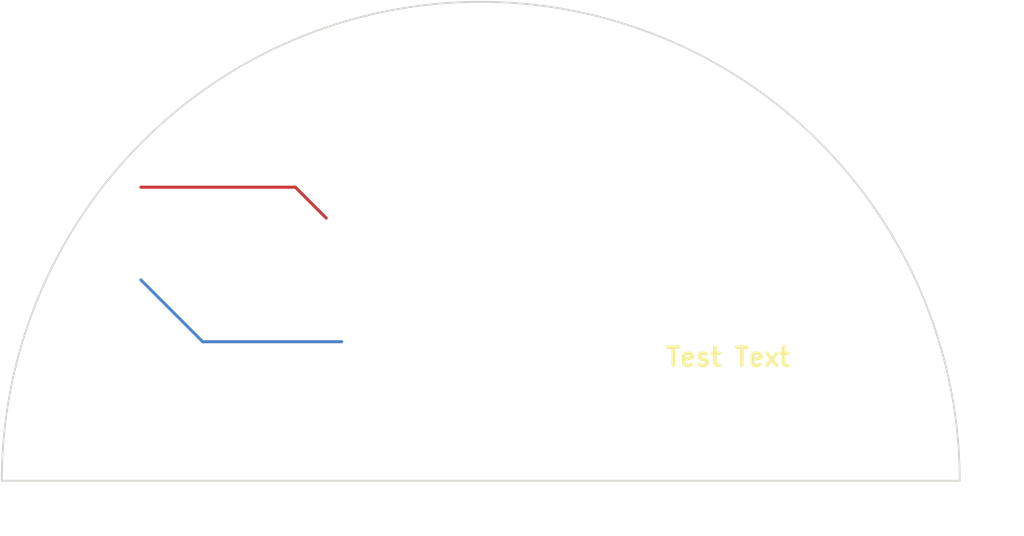
<source format=kicad_pcb>
(kicad_pcb (version 4) (host pcbnew 4.0.4+e1-6308~48~ubuntu16.04.1-stable)

  (general
    (links 0)
    (no_connects 0)
    (area 13.894999 12.624999 111.99 58.580001)
    (thickness 1.6)
    (drawings 5)
    (tracks 4)
    (zones 0)
    (modules 0)
    (nets 1)
  )

  (page A4)
  (layers
    (0 F.Cu signal)
    (31 B.Cu signal)
    (32 B.Adhes user)
    (33 F.Adhes user)
    (34 B.Paste user)
    (35 F.Paste user)
    (36 B.SilkS user)
    (37 F.SilkS user)
    (38 B.Mask user)
    (39 F.Mask user)
    (40 Dwgs.User user)
    (41 Cmts.User user)
    (42 Eco1.User user)
    (43 Eco2.User user)
    (44 Edge.Cuts user)
    (45 Margin user)
    (46 B.CrtYd user)
    (47 F.CrtYd user)
    (48 B.Fab user)
    (49 F.Fab user)
  )

  (setup
    (last_trace_width 0.25)
    (trace_clearance 0.2)
    (zone_clearance 0.508)
    (zone_45_only no)
    (trace_min 0.2)
    (segment_width 0.2)
    (edge_width 0.15)
    (via_size 0.6)
    (via_drill 0.4)
    (via_min_size 0.4)
    (via_min_drill 0.3)
    (uvia_size 0.3)
    (uvia_drill 0.1)
    (uvias_allowed no)
    (uvia_min_size 0.2)
    (uvia_min_drill 0.1)
    (pcb_text_width 0.3)
    (pcb_text_size 1.5 1.5)
    (mod_edge_width 0.15)
    (mod_text_size 1 1)
    (mod_text_width 0.15)
    (pad_size 1.524 1.524)
    (pad_drill 0.762)
    (pad_to_mask_clearance 0.2)
    (aux_axis_origin 0 0)
    (visible_elements FFFFFF7F)
    (pcbplotparams
      (layerselection 0x00030_80000001)
      (usegerberextensions false)
      (excludeedgelayer true)
      (linewidth 0.100000)
      (plotframeref false)
      (viasonmask false)
      (mode 1)
      (useauxorigin false)
      (hpglpennumber 1)
      (hpglpenspeed 20)
      (hpglpendiameter 15)
      (hpglpenoverlay 2)
      (psnegative false)
      (psa4output false)
      (plotreference true)
      (plotvalue true)
      (plotinvisibletext false)
      (padsonsilk false)
      (subtractmaskfromsilk false)
      (outputformat 1)
      (mirror false)
      (drillshape 1)
      (scaleselection 1)
      (outputdirectory ""))
  )

  (net 0 "")

  (net_class Default "This is the default net class."
    (clearance 0.2)
    (trace_width 0.25)
    (via_dia 0.6)
    (via_drill 0.4)
    (uvia_dia 0.3)
    (uvia_drill 0.1)
  )

  (dimension 39.37 (width 0.3) (layer F.Fab)
    (gr_text "39.370 mm" (at 95.33 32.385 270) (layer F.Fab)
      (effects (font (size 1.5 1.5) (thickness 0.3)))
    )
    (feature1 (pts (xy 53.34 52.07) (xy 96.68 52.07)))
    (feature2 (pts (xy 53.34 12.7) (xy 96.68 12.7)))
    (crossbar (pts (xy 93.98 12.7) (xy 93.98 52.07)))
    (arrow1a (pts (xy 93.98 52.07) (xy 93.393579 50.943496)))
    (arrow1b (pts (xy 93.98 52.07) (xy 94.566421 50.943496)))
    (arrow2a (pts (xy 93.98 12.7) (xy 93.393579 13.826504)))
    (arrow2b (pts (xy 93.98 12.7) (xy 94.566421 13.826504)))
  )
  (dimension 78.74 (width 0.3) (layer F.Fab)
    (gr_text "78.740 mm" (at 53.34 57.23) (layer F.Fab)
      (effects (font (size 1.5 1.5) (thickness 0.3)))
    )
    (feature1 (pts (xy 13.97 52.07) (xy 13.97 58.58)))
    (feature2 (pts (xy 92.71 52.07) (xy 92.71 58.58)))
    (crossbar (pts (xy 92.71 55.88) (xy 13.97 55.88)))
    (arrow1a (pts (xy 13.97 55.88) (xy 15.096504 55.293579)))
    (arrow1b (pts (xy 13.97 55.88) (xy 15.096504 56.466421)))
    (arrow2a (pts (xy 92.71 55.88) (xy 91.583496 55.293579)))
    (arrow2b (pts (xy 92.71 55.88) (xy 91.583496 56.466421)))
  )
  (gr_line (start 92.71 52.07) (end 13.97 52.07) (angle 90) (layer Edge.Cuts) (width 0.15))
  (gr_arc (start 53.34 52.07) (end 13.97 52.07) (angle 180) (layer Edge.Cuts) (width 0.15))
  (gr_text "Test Text" (at 73.66 41.91) (layer F.SilkS)
    (effects (font (size 1.5 1.5) (thickness 0.3)))
  )

  (segment (start 41.91 40.64) (end 30.48 40.64) (width 0.25) (layer B.Cu) (net 0))
  (segment (start 30.48 40.64) (end 25.4 35.56) (width 0.25) (layer B.Cu) (net 0) (tstamp 57DA9AB0))
  (segment (start 25.4 27.94) (end 38.1 27.94) (width 0.25) (layer F.Cu) (net 0))
  (segment (start 38.1 27.94) (end 40.64 30.48) (width 0.25) (layer F.Cu) (net 0) (tstamp 57DA9AAC))

)

</source>
